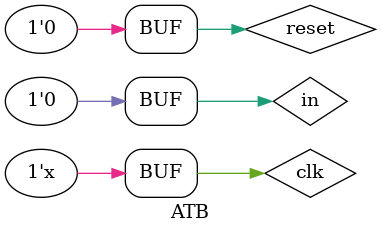
<source format=v>
`timescale 100us/10us
module ATB ();
    reg clk;
    reg reset;
    reg in;
 	
    wire g,y,r;
      
    TrafficLights dut(g, y, r, clk,reset,in);
       
    initial
	begin
		clk=1'b1;
		in=0;
		reset=0;
	end
initial
	begin
		 in=1;
		#15in=0;
		#150in=1;
		#25000in=0;
		#25050in=1;
		#30000in=0;	
	end
 
always
    begin
        #5 clk= ~clk;
    end
endmodule
</source>
